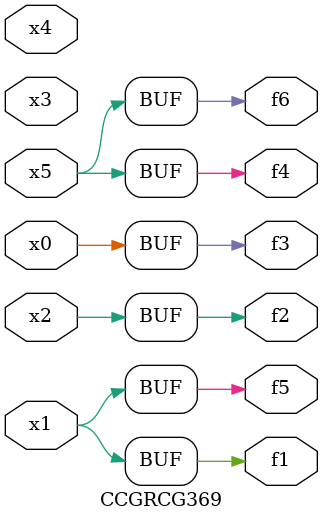
<source format=v>
module CCGRCG369(
	input x0, x1, x2, x3, x4, x5,
	output f1, f2, f3, f4, f5, f6
);
	assign f1 = x1;
	assign f2 = x2;
	assign f3 = x0;
	assign f4 = x5;
	assign f5 = x1;
	assign f6 = x5;
endmodule

</source>
